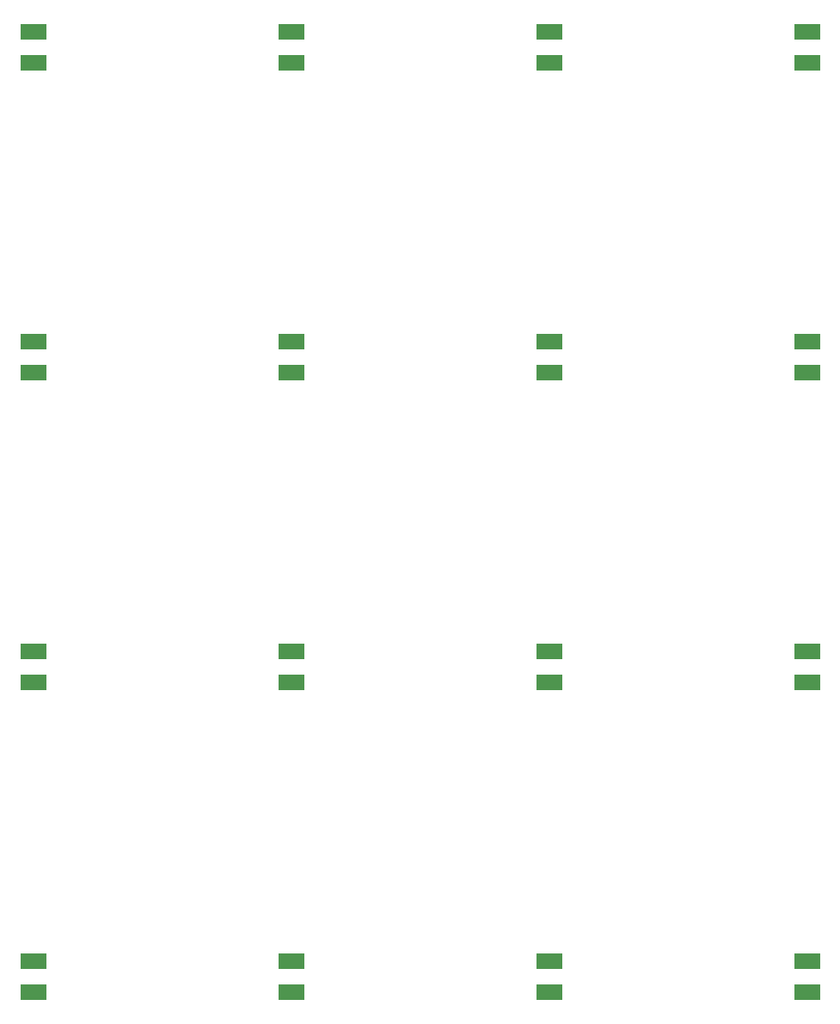
<source format=gbr>
%TF.GenerationSoftware,KiCad,Pcbnew,(5.1.6-0-10_14)*%
%TF.CreationDate,2020-08-23T12:03:37+01:00*%
%TF.ProjectId,UVLedPanel_100mm_100mm,55564c65-6450-4616-9e65-6c5f3130306d,A*%
%TF.SameCoordinates,Original*%
%TF.FileFunction,Paste,Top*%
%TF.FilePolarity,Positive*%
%FSLAX46Y46*%
G04 Gerber Fmt 4.6, Leading zero omitted, Abs format (unit mm)*
G04 Created by KiCad (PCBNEW (5.1.6-0-10_14)) date 2020-08-23 12:03:37*
%MOMM*%
%LPD*%
G01*
G04 APERTURE LIST*
%ADD10R,2.600000X1.500000*%
G04 APERTURE END LIST*
D10*
%TO.C,D16*%
X115570000Y-144550000D03*
X115570000Y-147550000D03*
%TD*%
%TO.C,D15*%
X115570000Y-117070000D03*
X115570000Y-114070000D03*
%TD*%
%TO.C,D14*%
X115570000Y-83590000D03*
X115570000Y-86590000D03*
%TD*%
%TO.C,D13*%
X115570000Y-56110000D03*
X115570000Y-53110000D03*
%TD*%
%TO.C,D12*%
X140970000Y-144550000D03*
X140970000Y-147550000D03*
%TD*%
%TO.C,D11*%
X140970000Y-117070000D03*
X140970000Y-114070000D03*
%TD*%
%TO.C,D10*%
X140970000Y-83590000D03*
X140970000Y-86590000D03*
%TD*%
%TO.C,D9*%
X140970000Y-56110000D03*
X140970000Y-53110000D03*
%TD*%
%TO.C,D8*%
X166370000Y-144550000D03*
X166370000Y-147550000D03*
%TD*%
%TO.C,D7*%
X166370000Y-117070000D03*
X166370000Y-114070000D03*
%TD*%
%TO.C,D6*%
X166370000Y-83590000D03*
X166370000Y-86590000D03*
%TD*%
%TO.C,D5*%
X166370000Y-56110000D03*
X166370000Y-53110000D03*
%TD*%
%TO.C,D4*%
X191770000Y-144550000D03*
X191770000Y-147550000D03*
%TD*%
%TO.C,D3*%
X191770000Y-117070000D03*
X191770000Y-114070000D03*
%TD*%
%TO.C,D2*%
X191770000Y-83590000D03*
X191770000Y-86590000D03*
%TD*%
%TO.C,D1*%
X191770000Y-56110000D03*
X191770000Y-53110000D03*
%TD*%
M02*

</source>
